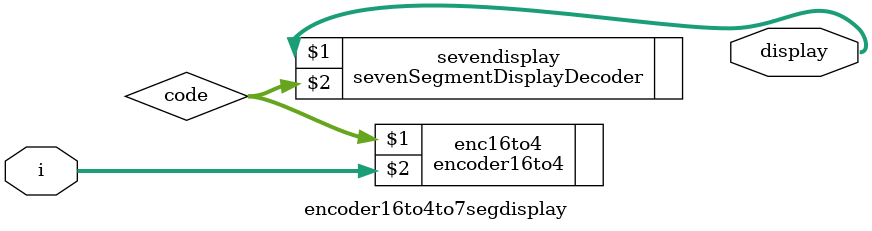
<source format=v>
/* 模組名稱：encoder16to4to7segdisplay
   著作權宣告：copyright 2012 林博仁(pika1021@gmail.com)
   */
`ifndef ENC16TO4TO7SEGDISPLAY
	`define ENC16TO4TO7SEGDISPLAY
	`timescale 1ns / 100ps
	`include "Source_code/encoder16to4/encoder16to4.v"
	`include "Source_code/sevenSegmentDisplayDecoder/sevenSegmentDisplayDecoder.v"

	module encoder16to4to7segdisplay(display, i);
		input [15:0]i;
		output [6:0]display;
		wire [3:0]code;
		
		encoder16to4 enc16to4(code, i);
		sevenSegmentDisplayDecoder sevendisplay(display, code);
	endmodule
`endif
</source>
